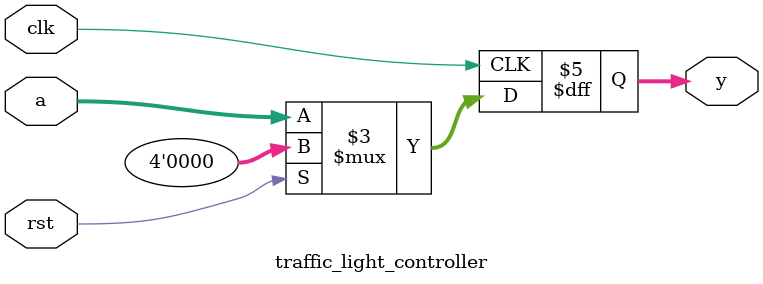
<source format=v>
/* 
 * Corevexis Semiconductor 
 * Example 84: TRAFFIC LIGHT CONTROLLER 
 */

module traffic_light_controller (
    input clk,
    input rst,
    input [3:0] a,
    output reg [3:0] y
);

always @(posedge clk) begin
    if(rst) y <= 4'b0;
    else y <= a; 
end

endmodule
</source>
